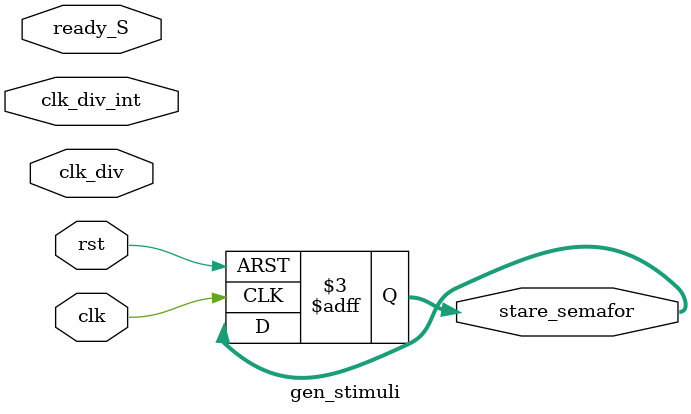
<source format=v>
module gen_stimuli(
    input clk,
    input rst,
    input clk_div,
    input clk_div_int,
    input ready_S,
    output reg [2:0] stare_semafor
);

localparam SUD     = 3'b000;
localparam EST     = 3'b001;
localparam VEST    = 3'b010;
localparam NORD    = 3'b011;
localparam PIETONI = 3'b100;
localparam SERVICE = 3'b111;


//scenariu comutare intre stari si reset

//always @(posedge clk or negedge rst) begin
//    if(~rst) begin
//        stare_semafor <= SUD;
//    end    
//
//    if(ready_S) begin
//        stare_semafor <= EST;
//    end
//end


//scenariu service
//always @(posedge clk or negedge rst) begin
//    if(~rst) begin
//        stare_semafor <= SERVICE;
//    end    
//end


//scenariu semafor pietoni
always @(posedge clk or negedge rst) begin
    if(~rst) begin
        stare_semafor <= PIETONI;
    end    
end

endmodule
</source>
